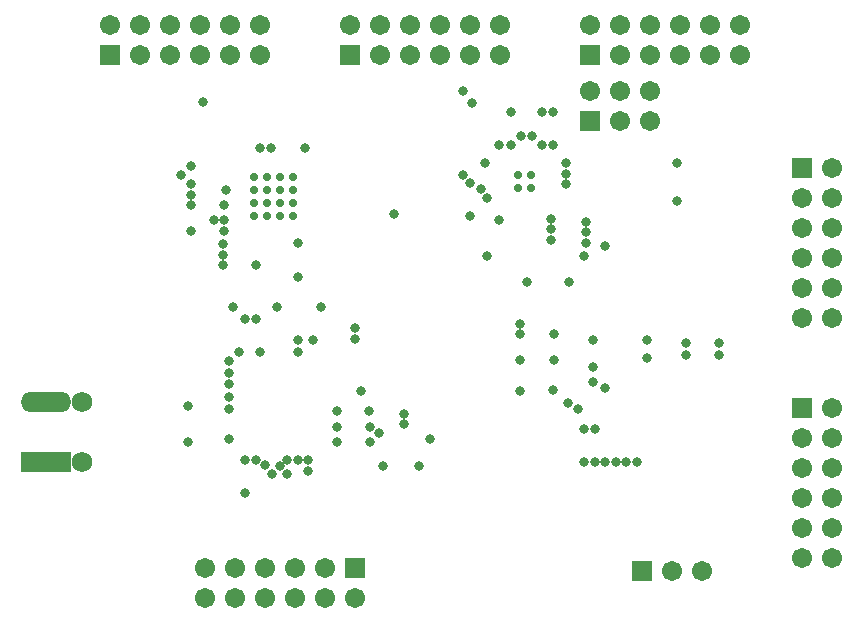
<source format=gbs>
%FSTAX23Y23*%
%MOIN*%
%SFA1B1*%

%IPPOS*%
%ADD69O,0.167842X0.067842*%
%ADD70R,0.167842X0.067842*%
%ADD72R,0.067055X0.067055*%
%ADD73C,0.067055*%
%ADD74R,0.067055X0.067055*%
%ADD75C,0.031622*%
%ADD76C,0.068000*%
%ADD77C,0.027685*%
%LNpcb_sherpa_mk_ii-1*%
%LPD*%
G54D69*
X0168Y0664D03*
G54D70*
X0168Y0644D03*
G54D72*
X03495Y07575D03*
X0271Y06085D03*
X01895Y07795D03*
X02695D03*
X03495D03*
X03669Y06077D03*
G54D73*
X03495Y07675D03*
X03595Y07575D03*
Y07675D03*
X03695Y07575D03*
Y07675D03*
X0261Y06085D03*
X0251D03*
X0241D03*
X0231D03*
X0221D03*
X0271Y05985D03*
X0261D03*
X0251D03*
X0241D03*
X0231D03*
X0221D03*
X01995Y07795D03*
X02095D03*
X02195D03*
X02295D03*
X02395D03*
X01895Y07895D03*
X01995D03*
X02095D03*
X02195D03*
X02295D03*
X02395D03*
X02795Y07795D03*
X02895D03*
X02995D03*
X03095D03*
X03195D03*
X02695Y07895D03*
X02795D03*
X02895D03*
X02995D03*
X03095D03*
X03195D03*
X03595Y07795D03*
X03695D03*
X03795D03*
X03895D03*
X03995D03*
X03495Y07895D03*
X03595D03*
X03695D03*
X03795D03*
X03895D03*
X03995D03*
X03769Y06077D03*
X03869D03*
X042Y0732D03*
Y0722D03*
Y0712D03*
Y0702D03*
Y0692D03*
X043Y0742D03*
Y0732D03*
Y0722D03*
Y0712D03*
Y0702D03*
Y0692D03*
X042Y0652D03*
Y0642D03*
Y0632D03*
Y0622D03*
Y0612D03*
X043Y0662D03*
Y0652D03*
Y0642D03*
Y0632D03*
Y0622D03*
Y0612D03*
G54D74*
X042Y0742D03*
Y0662D03*
G54D75*
X03475Y07125D03*
X03545Y0716D03*
X02165Y07425D03*
X02155Y06505D03*
Y06625D03*
X0315Y07125D03*
X03285Y0704D03*
X03375Y0678D03*
X0326D03*
X03505Y06755D03*
X0252Y06805D03*
Y06845D03*
Y0717D03*
X0257Y06845D03*
X0252Y07055D03*
X0271Y06885D03*
Y0685D03*
X0265Y0661D03*
Y06555D03*
X02759Y0661D03*
X0276Y06555D03*
X0279Y06535D03*
X0276Y06507D03*
X0265D03*
X03505Y06705D03*
X03545Y06685D03*
X03685Y06785D03*
Y06845D03*
X03505D03*
X03455Y06615D03*
X0252Y06445D03*
X02555Y0641D03*
X02345Y06445D03*
Y06335D03*
X0229Y06615D03*
Y06735D03*
Y067D03*
Y06775D03*
Y06655D03*
X03925Y06835D03*
Y06795D03*
X03815Y06835D03*
Y06795D03*
X0326Y06865D03*
X0337Y0668D03*
X0326Y06675D03*
X03475Y0655D03*
X0351D03*
X03475Y0644D03*
X0351D03*
X02875Y066D03*
X03415Y07435D03*
X03785D03*
X03365Y0718D03*
Y07215D03*
X0348Y0724D03*
Y07205D03*
Y0717D03*
X0315Y0732D03*
X03095Y0737D03*
X0319Y07245D03*
X03095Y0726D03*
X02275Y0721D03*
Y07295D03*
X0243Y07485D03*
X0238Y07095D03*
X03785Y0731D03*
X0227Y07095D03*
X02545Y07485D03*
X02395D03*
X02275Y07245D03*
X02165Y0721D03*
X02165Y07295D03*
X02485Y064D03*
X02435D03*
X02395Y06805D03*
X0238Y06915D03*
X0296Y06515D03*
X0342Y06635D03*
X02805Y06425D03*
X02925D03*
X03425Y0704D03*
X0238Y06445D03*
X02555D03*
X0246Y06425D03*
X02485Y06445D03*
X02345Y06915D03*
X02325Y06805D03*
X0227Y07165D03*
Y0713D03*
X0245Y06955D03*
X02305D03*
X02597D03*
X0228Y07345D03*
X02165Y0733D03*
X0213Y07395D03*
X02165Y07365D03*
X03545Y0644D03*
X0326Y069D03*
X03415Y074D03*
X0229Y06515D03*
X0241Y0643D03*
X03365Y0725D03*
X0224Y07245D03*
X02875Y06565D03*
X03415Y07365D03*
X0313Y0735D03*
X0307Y07395D03*
X0358Y0644D03*
X03615D03*
X0365D03*
X0273Y06675D03*
X0284Y07265D03*
X02205Y0764D03*
X03375Y06865D03*
X03145Y07435D03*
X0337Y07495D03*
X03335D03*
X0337Y07605D03*
X03335D03*
X033Y07525D03*
X03265D03*
X0323Y07605D03*
X0319Y07495D03*
X0323D03*
X031Y07635D03*
X03071Y07675D03*
G54D76*
X018Y0644D03*
Y0664D03*
G54D77*
X02375Y07389D03*
X02418D03*
X02461D03*
X02504D03*
X02375Y07346D03*
X02418D03*
X02461D03*
X02504D03*
X02375Y07303D03*
X02418D03*
X02461D03*
X02504D03*
X02375Y0726D03*
X02418D03*
X02461D03*
X02504D03*
X03253Y07353D03*
Y07396D03*
X03296Y07353D03*
Y07396D03*
M02*
</source>
